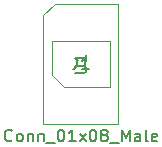
<source format=gbr>
%TF.GenerationSoftware,KiCad,Pcbnew,5.1.10*%
%TF.CreationDate,2021-08-03T18:50:16+02:00*%
%TF.ProjectId,smd-converter,736d642d-636f-46e7-9665-727465722e6b,rev?*%
%TF.SameCoordinates,Original*%
%TF.FileFunction,Other,Fab,Top*%
%FSLAX46Y46*%
G04 Gerber Fmt 4.6, Leading zero omitted, Abs format (unit mm)*
G04 Created by KiCad (PCBNEW 5.1.10) date 2021-08-03 18:50:16*
%MOMM*%
%LPD*%
G01*
G04 APERTURE LIST*
%ADD10C,0.100000*%
%ADD11C,0.150000*%
G04 APERTURE END LIST*
D10*
%TO.C,J1*%
X55180000Y-25315000D02*
X60530000Y-25315000D01*
X60530000Y-25315000D02*
X60530000Y-35475000D01*
X60530000Y-35475000D02*
X54180000Y-35475000D01*
X54180000Y-35475000D02*
X54180000Y-26315000D01*
X54180000Y-26315000D02*
X55180000Y-25315000D01*
%TO.C,U1*%
X54915000Y-31400000D02*
X54915000Y-28475000D01*
X54915000Y-28475000D02*
X59815000Y-28475000D01*
X59815000Y-28475000D02*
X59815000Y-32375000D01*
X59815000Y-32375000D02*
X55890000Y-32375000D01*
X55890000Y-32375000D02*
X54915000Y-31400000D01*
%TD*%
%TO.C,J1*%
D11*
X51521666Y-36892142D02*
X51474047Y-36939761D01*
X51331190Y-36987380D01*
X51235952Y-36987380D01*
X51093095Y-36939761D01*
X50997857Y-36844523D01*
X50950238Y-36749285D01*
X50902619Y-36558809D01*
X50902619Y-36415952D01*
X50950238Y-36225476D01*
X50997857Y-36130238D01*
X51093095Y-36035000D01*
X51235952Y-35987380D01*
X51331190Y-35987380D01*
X51474047Y-36035000D01*
X51521666Y-36082619D01*
X52093095Y-36987380D02*
X51997857Y-36939761D01*
X51950238Y-36892142D01*
X51902619Y-36796904D01*
X51902619Y-36511190D01*
X51950238Y-36415952D01*
X51997857Y-36368333D01*
X52093095Y-36320714D01*
X52235952Y-36320714D01*
X52331190Y-36368333D01*
X52378809Y-36415952D01*
X52426428Y-36511190D01*
X52426428Y-36796904D01*
X52378809Y-36892142D01*
X52331190Y-36939761D01*
X52235952Y-36987380D01*
X52093095Y-36987380D01*
X52855000Y-36320714D02*
X52855000Y-36987380D01*
X52855000Y-36415952D02*
X52902619Y-36368333D01*
X52997857Y-36320714D01*
X53140714Y-36320714D01*
X53235952Y-36368333D01*
X53283571Y-36463571D01*
X53283571Y-36987380D01*
X53759761Y-36320714D02*
X53759761Y-36987380D01*
X53759761Y-36415952D02*
X53807380Y-36368333D01*
X53902619Y-36320714D01*
X54045476Y-36320714D01*
X54140714Y-36368333D01*
X54188333Y-36463571D01*
X54188333Y-36987380D01*
X54426428Y-37082619D02*
X55188333Y-37082619D01*
X55616904Y-35987380D02*
X55712142Y-35987380D01*
X55807380Y-36035000D01*
X55855000Y-36082619D01*
X55902619Y-36177857D01*
X55950238Y-36368333D01*
X55950238Y-36606428D01*
X55902619Y-36796904D01*
X55855000Y-36892142D01*
X55807380Y-36939761D01*
X55712142Y-36987380D01*
X55616904Y-36987380D01*
X55521666Y-36939761D01*
X55474047Y-36892142D01*
X55426428Y-36796904D01*
X55378809Y-36606428D01*
X55378809Y-36368333D01*
X55426428Y-36177857D01*
X55474047Y-36082619D01*
X55521666Y-36035000D01*
X55616904Y-35987380D01*
X56902619Y-36987380D02*
X56331190Y-36987380D01*
X56616904Y-36987380D02*
X56616904Y-35987380D01*
X56521666Y-36130238D01*
X56426428Y-36225476D01*
X56331190Y-36273095D01*
X57235952Y-36987380D02*
X57759761Y-36320714D01*
X57235952Y-36320714D02*
X57759761Y-36987380D01*
X58331190Y-35987380D02*
X58426428Y-35987380D01*
X58521666Y-36035000D01*
X58569285Y-36082619D01*
X58616904Y-36177857D01*
X58664523Y-36368333D01*
X58664523Y-36606428D01*
X58616904Y-36796904D01*
X58569285Y-36892142D01*
X58521666Y-36939761D01*
X58426428Y-36987380D01*
X58331190Y-36987380D01*
X58235952Y-36939761D01*
X58188333Y-36892142D01*
X58140714Y-36796904D01*
X58093095Y-36606428D01*
X58093095Y-36368333D01*
X58140714Y-36177857D01*
X58188333Y-36082619D01*
X58235952Y-36035000D01*
X58331190Y-35987380D01*
X59235952Y-36415952D02*
X59140714Y-36368333D01*
X59093095Y-36320714D01*
X59045476Y-36225476D01*
X59045476Y-36177857D01*
X59093095Y-36082619D01*
X59140714Y-36035000D01*
X59235952Y-35987380D01*
X59426428Y-35987380D01*
X59521666Y-36035000D01*
X59569285Y-36082619D01*
X59616904Y-36177857D01*
X59616904Y-36225476D01*
X59569285Y-36320714D01*
X59521666Y-36368333D01*
X59426428Y-36415952D01*
X59235952Y-36415952D01*
X59140714Y-36463571D01*
X59093095Y-36511190D01*
X59045476Y-36606428D01*
X59045476Y-36796904D01*
X59093095Y-36892142D01*
X59140714Y-36939761D01*
X59235952Y-36987380D01*
X59426428Y-36987380D01*
X59521666Y-36939761D01*
X59569285Y-36892142D01*
X59616904Y-36796904D01*
X59616904Y-36606428D01*
X59569285Y-36511190D01*
X59521666Y-36463571D01*
X59426428Y-36415952D01*
X59807380Y-37082619D02*
X60569285Y-37082619D01*
X60807380Y-36987380D02*
X60807380Y-35987380D01*
X61140714Y-36701666D01*
X61474047Y-35987380D01*
X61474047Y-36987380D01*
X62378809Y-36987380D02*
X62378809Y-36463571D01*
X62331190Y-36368333D01*
X62235952Y-36320714D01*
X62045476Y-36320714D01*
X61950238Y-36368333D01*
X62378809Y-36939761D02*
X62283571Y-36987380D01*
X62045476Y-36987380D01*
X61950238Y-36939761D01*
X61902619Y-36844523D01*
X61902619Y-36749285D01*
X61950238Y-36654047D01*
X62045476Y-36606428D01*
X62283571Y-36606428D01*
X62378809Y-36558809D01*
X62997857Y-36987380D02*
X62902619Y-36939761D01*
X62855000Y-36844523D01*
X62855000Y-35987380D01*
X63759761Y-36939761D02*
X63664523Y-36987380D01*
X63474047Y-36987380D01*
X63378809Y-36939761D01*
X63331190Y-36844523D01*
X63331190Y-36463571D01*
X63378809Y-36368333D01*
X63474047Y-36320714D01*
X63664523Y-36320714D01*
X63759761Y-36368333D01*
X63807380Y-36463571D01*
X63807380Y-36558809D01*
X63331190Y-36654047D01*
X57021666Y-29847380D02*
X57021666Y-30561666D01*
X56974047Y-30704523D01*
X56878809Y-30799761D01*
X56735952Y-30847380D01*
X56640714Y-30847380D01*
X58021666Y-30847380D02*
X57450238Y-30847380D01*
X57735952Y-30847380D02*
X57735952Y-29847380D01*
X57640714Y-29990238D01*
X57545476Y-30085476D01*
X57450238Y-30133095D01*
%TO.C,U1*%
X56828333Y-31171666D02*
X57621666Y-31171666D01*
X57715000Y-31125000D01*
X57761666Y-31078333D01*
X57808333Y-30985000D01*
X57808333Y-30798333D01*
X57761666Y-30705000D01*
X57715000Y-30658333D01*
X57621666Y-30611666D01*
X56828333Y-30611666D01*
X57808333Y-29631666D02*
X57808333Y-30191666D01*
X57808333Y-29911666D02*
X56828333Y-29911666D01*
X56968333Y-30005000D01*
X57061666Y-30098333D01*
X57108333Y-30191666D01*
%TD*%
M02*

</source>
